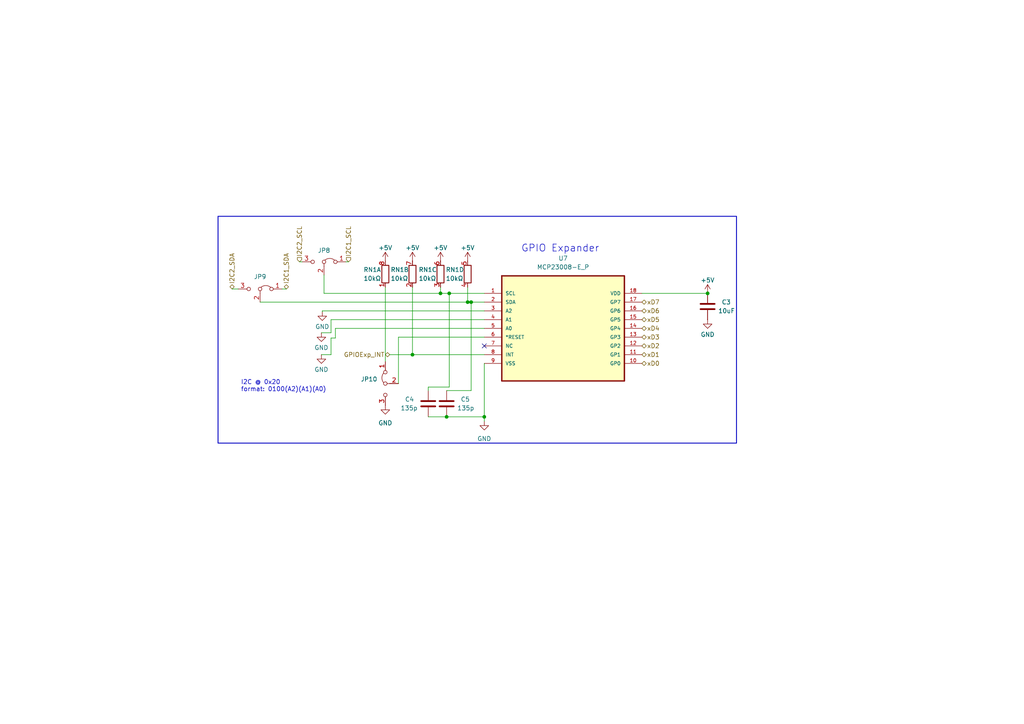
<source format=kicad_sch>
(kicad_sch (version 20231120) (generator "eeschema") (generator_version "8.0")
  (paper "A4")
  (lib_symbols
    (symbol "Device:C" (pin_numbers hide) (pin_names (offset 0.254))
      (property "Reference" "C" (at 0.635 2.54 0))
      (property "Value" "C" (at 0.635 -2.54 0))
      (symbol "C_0_1"
        (polyline (pts (xy -2.032 -0.762) (xy 2.032 -0.762)) (stroke (width 0.508)))
        (polyline (pts (xy -2.032 0.762) (xy 2.032 0.762)) (stroke (width 0.508)))
      )
      (symbol "C_1_1"
        (pin passive line (at 0 3.81 270) (length 2.794) (name "~") (number "1"))
        (pin passive line (at 0 -3.81 90) (length 2.794) (name "~") (number "2"))
      )
    )
    (symbol "Imported:MCP23008-E_P" (pin_names (offset 1.016))
      (property "Reference" "U" (at -4.7004 13.6946 0))
      (property "Value" "MCP23008-E_P" (at -6.3798 -20.3593 0))
      (symbol "MCP23008-E_P_0_0"
        (rectangle (start -17.78 -17.78) (end 17.78 12.7) (stroke (width 0.4064)) (fill (type background)))
        (pin input line (at -22.86 7.62 0) (length 5.08) (name "SCL") (number "1"))
        (pin passive line (at 22.86 -12.7 180) (length 5.08) (name "GP0") (number "10"))
        (pin passive line (at 22.86 -10.16 180) (length 5.08) (name "GP1") (number "11"))
        (pin passive line (at 22.86 -7.62 180) (length 5.08) (name "GP2") (number "12"))
        (pin passive line (at 22.86 -5.08 180) (length 5.08) (name "GP3") (number "13"))
        (pin passive line (at 22.86 -2.54 180) (length 5.08) (name "GP4") (number "14"))
        (pin passive line (at 22.86 0 180) (length 5.08) (name "GP5") (number "15"))
        (pin passive line (at 22.86 2.54 180) (length 5.08) (name "GP6") (number "16"))
        (pin passive line (at 22.86 5.08 180) (length 5.08) (name "GP7") (number "17"))
        (pin power_in line (at 22.86 7.62 180) (length 5.08) (name "VDD") (number "18"))
        (pin passive line (at -22.86 5.08 0) (length 5.08) (name "SDA") (number "2"))
        (pin passive line (at -22.86 2.54 0) (length 5.08) (name "A2") (number "3"))
        (pin input line (at -22.86 0 0) (length 5.08) (name "A1") (number "4"))
        (pin input line (at -22.86 -2.54 0) (length 5.08) (name "A0") (number "5"))
        (pin input line (at -22.86 -5.08 0) (length 5.08) (name "*RESET") (number "6"))
        (pin input line (at -22.86 -7.62 0) (length 5.08) (name "NC") (number "7"))
        (pin output line (at -22.86 -10.16 0) (length 5.08) (name "INT") (number "8"))
        (pin passive line (at -22.86 -12.7 0) (length 5.08) (name "VSS") (number "9"))
      )
    )
    (symbol "Jumper:Jumper_3_Bridged12" (pin_names (offset 0) hide) (exclude_from_sim yes) (in_bom no)
      (property "Reference" "JP" (at -2.54 -2.54 0))
      (property "Value" "Jumper_3_Bridged12" (at 0 2.794 0))
      (symbol "Jumper_3_Bridged12_0_0"
        (circle (center -3.302 0) (radius 0.508))
        (circle (center 0 0) (radius 0.508))
        (circle (center 3.302 0) (radius 0.508))
      )
      (symbol "Jumper_3_Bridged12_0_1"
        (arc (start -0.254 0.508) (mid -1.651 0.9912) (end -3.048 0.508))
        (polyline (pts (xy 0 -1.27) (xy 0 -0.508)))
      )
      (symbol "Jumper_3_Bridged12_1_1"
        (pin passive line (at -6.35 0 0) (length 2.54) (name "A") (number "1"))
        (pin passive line (at 0 -3.81 90) (length 2.54) (name "C") (number "2"))
        (pin passive line (at 6.35 0 180) (length 2.54) (name "B") (number "3"))
      )
    )
    (symbol "Lab_3:R_Pack04_Split" (pin_names (offset 0) hide)
      (property "Reference" "RN" (at 2.032 0 90))
      (property "Value" "R_Pack04_Split" (at 0 0 90))
      (symbol "R_Pack04_Split_0_1"
        (rectangle (start 1.016 2.54) (end -1.016 -2.54) (stroke (width 0.254)))
      )
      (symbol "R_Pack04_Split_1_1"
        (pin passive line (at 0 -3.81 90) (length 1.27) (name "R1.1") (number "1"))
        (pin passive line (at 0 3.81 270) (length 1.27) (name "R1.2") (number "8"))
      )
      (symbol "R_Pack04_Split_2_1"
        (pin passive line (at 0 -3.81 90) (length 1.27) (name "R2.1") (number "2"))
        (pin passive line (at 0 3.81 270) (length 1.27) (name "R2.2") (number "7"))
      )
      (symbol "R_Pack04_Split_3_1"
        (pin passive line (at 0 -3.81 90) (length 1.27) (name "R3.1") (number "3"))
        (pin passive line (at 0 3.81 270) (length 1.27) (name "R3.2") (number "6"))
      )
      (symbol "R_Pack04_Split_4_1"
        (pin passive line (at 0 -3.81 90) (length 1.27) (name "R4.1") (number "4"))
        (pin passive line (at 0 3.81 270) (length 1.27) (name "R4.2") (number "5"))
      )
    )
    (symbol "power:+5V" (power) (pin_numbers hide) (pin_names (offset 0) hide)
      (property "Value" "+5V" (at 0 3.556 0))
      (symbol "+5V_0_1"
        (polyline (pts (xy -0.762 1.27) (xy 0 2.54)))
        (polyline (pts (xy 0 0) (xy 0 2.54)))
        (polyline (pts (xy 0 2.54) (xy 0.762 1.27)))
      )
      (symbol "+5V_1_1"
        (pin power_in line (at 0 0 90) (length 0) (name "~") (number "1"))
      )
    )
    (symbol "power:GND" (power) (pin_numbers hide) (pin_names (offset 0) hide)
      (property "Value" "GND" (at 0 -3.81 0))
      (symbol "GND_0_1"
        (polyline (pts (xy 0 0) (xy 0 -1.27) (xy 1.27 -1.27) (xy 0 -2.54) (xy -1.27 -1.27) (xy 0 -1.27)))
      )
      (symbol "GND_1_1"
        (pin power_in line (at 0 0 270) (length 0) (name "~") (number "1"))
      )
    )
  )
  (junction (at 136.652 87.63))
  (junction (at 140.462 120.904))
  (junction (at 130.302 85.09))
  (junction (at 135.636 87.63))
  (junction (at 127.762 85.09))
  (junction (at 129.54 120.904))
  (junction (at 119.634 102.87))
  (junction (at 205.232 85.09))
  (no_connect (at 140.462 100.33))
  (wire (pts (xy 130.302 112.268) (xy 124.206 112.268)))
  (wire (pts (xy 129.54 120.904) (xy 140.462 120.904)))
  (wire (pts (xy 93.218 96.52) (xy 96.012 96.52)))
  (wire (pts (xy 136.652 87.63) (xy 140.462 87.63)))
  (wire (pts (xy 119.634 83.312) (xy 119.634 102.87)))
  (wire (pts (xy 135.636 87.63) (xy 136.652 87.63)))
  (wire (pts (xy 140.462 122.174) (xy 140.462 120.904)))
  (wire (pts (xy 113.03 102.87) (xy 119.634 102.87)))
  (wire (pts (xy 86.868 75.946) (xy 87.63 75.946)))
  (wire (pts (xy 140.462 97.79) (xy 115.57 97.79)))
  (wire (pts (xy 67.31 83.82) (xy 69.088 83.82)))
  (wire (pts (xy 96.012 98.044) (xy 96.012 102.87)))
  (wire (pts (xy 93.472 90.17) (xy 93.472 90.424)))
  (wire (pts (xy 124.206 120.904) (xy 129.54 120.904)))
  (wire (pts (xy 127.762 83.312) (xy 127.762 85.09)))
  (wire (pts (xy 83.058 83.82) (xy 81.788 83.82)))
  (wire (pts (xy 130.302 85.09) (xy 140.462 85.09)))
  (wire (pts (xy 115.57 97.79) (xy 115.57 111.252)))
  (wire (pts (xy 97.282 95.25) (xy 140.462 95.25)))
  (wire (pts (xy 96.012 92.71) (xy 140.462 92.71)))
  (wire (pts (xy 119.634 102.87) (xy 140.462 102.87)))
  (wire (pts (xy 97.282 95.25) (xy 97.282 98.044)))
  (wire (pts (xy 124.206 112.268) (xy 124.206 113.284)))
  (wire (pts (xy 129.54 113.284) (xy 136.652 113.284)))
  (wire (pts (xy 136.652 87.63) (xy 136.652 113.284)))
  (wire (pts (xy 75.438 87.63) (xy 135.636 87.63)))
  (wire (pts (xy 93.218 102.87) (xy 96.012 102.87)))
  (wire (pts (xy 96.012 92.71) (xy 96.012 96.52)))
  (wire (pts (xy 130.302 85.09) (xy 130.302 112.268)))
  (wire (pts (xy 93.98 79.756) (xy 93.98 85.09)))
  (wire (pts (xy 111.76 83.312) (xy 111.76 104.902)))
  (wire (pts (xy 101.092 75.946) (xy 100.33 75.946)))
  (wire (pts (xy 93.472 90.17) (xy 140.462 90.17)))
  (wire (pts (xy 186.182 85.09) (xy 205.232 85.09)))
  (wire (pts (xy 140.462 120.904) (xy 140.462 105.41)))
  (wire (pts (xy 127.762 85.09) (xy 130.302 85.09)))
  (wire (pts (xy 135.636 83.312) (xy 135.636 87.63)))
  (wire (pts (xy 93.98 85.09) (xy 127.762 85.09)))
  (wire (pts (xy 97.282 98.044) (xy 96.012 98.044)))
  (rectangle (start 63.246 62.738) (end 213.614 128.524) (stroke (width 0.254)))
  (text "GPIO Expander" (at 151.13 72.136 0) (effects (font (size 2.032 2.032)) (justify left)))
  (text "I2C @ 0x20\nformat: 0100(A2)(A1)(A0)" (at 69.85 112.014 0) (effects (font (size 1.27 1.27)) (justify left)))
  (hierarchical_label "xD7" (shape bidirectional) (at 186.182 87.63 0))
  (hierarchical_label "xD2" (shape bidirectional) (at 186.182 100.33 0))
  (hierarchical_label "I2C1_SCL" (shape input) (at 101.092 75.946 90))
  (hierarchical_label "I2C1_SDA" (shape bidirectional) (at 83.058 83.82 90))
  (hierarchical_label "xD6" (shape bidirectional) (at 186.182 90.17 0))
  (hierarchical_label "xD4" (shape bidirectional) (at 186.182 95.25 0))
  (hierarchical_label "GPIOExp_INT" (shape bidirectional) (at 113.03 102.87 180))
  (hierarchical_label "I2C2_SCL" (shape input) (at 86.868 75.946 90))
  (hierarchical_label "xD3" (shape bidirectional) (at 186.182 97.79 0))
  (hierarchical_label "xD5" (shape bidirectional) (at 186.182 92.71 0))
  (hierarchical_label "xD1" (shape bidirectional) (at 186.182 102.87 0))
  (hierarchical_label "xD0" (shape bidirectional) (at 186.182 105.41 0))
  (hierarchical_label "I2C2_SDA" (shape bidirectional) (at 67.31 83.82 90))
  (symbol (lib_id "Jumper:Jumper_3_Bridged12") (at 93.98 75.946 0) (mirror y) (unit 1) (exclude_from_sim yes) (in_bom no)
    (property "Reference" "JP8" (at 93.98 72.644 0))
    (property "Value" "Jumper_3_Bridged12" (effects (hide yes)))
    (property "Footprint" "Connector_PinHeader_1.27mm:PinHeader_1x03_P1.27mm_Vertical" (effects (hide yes)))
    (property "Description" "Jumper, 3-pole, pins 1+2 closed/bridged" (effects (hide yes)))
  )
  (symbol (lib_id "Device:C") (at 124.206 117.094 0) (mirror y) (unit 1)
    (property "Reference" "C4" (at 120.142 115.8239 0) (effects (justify left)))
    (property "Value" "135p" (at 121.158 118.364 0) (effects (justify left)))
    (property "Footprint" "Capacitor_SMD:C_0603_1608Metric_Pad1.08x0.95mm_HandSolder" (effects (hide yes)))
    (property "Description" "Unpolarized capacitor" (effects (hide yes)))
    (property "Supplier 1" "https://www.digikey.com/en/products/detail/murata-electronics/GRM1885C1H101JA01D/586921" (effects (hide yes)))
    (property "Supplier 1 S/N" "490-1427-1-ND" (effects (hide yes)))
  )
  (symbol (lib_id "power:+5V") (at 205.232 85.09 0) (unit 1)
    (property "Reference" "#PWR0141" (effects (hide yes)))
    (property "Value" "+5V" (at 205.232 81.28 0))
    (property "Description" "Power symbol creates a global label with name \"+5V\"" (effects (hide yes)))
  )
  (symbol (lib_id "power:GND") (at 111.76 117.602 0) (unit 1)
    (property "Reference" "#PWR0146" (effects (hide yes)))
    (property "Value" "GND" (at 111.76 122.682 0))
    (property "Description" "Power symbol creates a global label with name \"GND\" , ground" (effects (hide yes)))
  )
  (symbol (lib_id "Lab_3:R_Pack04_Split") (at 119.634 79.502 0) (unit 2)
    (property "Reference" "RN1" (at 113.284 78.232 0) (effects (justify left)))
    (property "Value" "10kΩ" (at 113.284 80.772 0) (effects (justify left)))
    (property "Footprint" "Resistor_SMD:R_Array_Convex_4x0612" (effects (hide yes)))
    (property "Description" "10k Ohm ±5% 62.5mW Power Per Element Isolated 4 Resistor Network/Array ±200ppm/°C 1206 (3216 Metric), Convex, Long Side Terminals" (effects (hide yes)))
    (property "Vendor" "DigiKey" (effects (hide yes)))
    (property "Vendor P/N" "CAY16-103J4LFCT-ND " (effects (hide yes)))
    (property "Mfr" "Bourns Inc." (effects (hide yes)))
    (property "Mfr P/N" "CAY16-103J4LF" (effects (hide yes)))
    (property "Supplier 1" "https://www.digikey.com/en/products/detail/bourns-inc/CAY16-103J4LF/431579" (effects (hide yes)))
    (property "Supplier 1 S/N" "CAY16-103J4LFCT-ND" (effects (hide yes)))
  )
  (symbol (lib_id "power:+5V") (at 111.76 75.692 0) (unit 1)
    (property "Reference" "#PWR0137" (effects (hide yes)))
    (property "Value" "+5V" (at 111.76 71.882 0))
    (property "Description" "Power symbol creates a global label with name \"+5V\"" (effects (hide yes)))
  )
  (symbol (lib_id "power:GND") (at 205.232 92.71 0) (unit 1)
    (property "Reference" "#PWR0143" (effects (hide yes)))
    (property "Value" "GND" (at 205.232 97.028 0))
    (property "Description" "Power symbol creates a global label with name \"GND\" , ground" (effects (hide yes)))
  )
  (symbol (lib_id "power:GND") (at 93.218 96.52 0) (unit 1)
    (property "Reference" "#PWR0144" (effects (hide yes)))
    (property "Value" "GND" (at 93.218 100.838 0))
    (property "Description" "Power symbol creates a global label with name \"GND\" , ground" (effects (hide yes)))
  )
  (symbol (lib_id "power:GND") (at 93.218 102.87 0) (unit 1)
    (property "Reference" "#PWR0145" (effects (hide yes)))
    (property "Value" "GND" (at 93.218 107.188 0))
    (property "Description" "Power symbol creates a global label with name \"GND\" , ground" (effects (hide yes)))
  )
  (symbol (lib_id "Lab_3:R_Pack04_Split") (at 111.76 79.502 0) (unit 1)
    (property "Reference" "RN1" (at 105.41 78.232 0) (effects (justify left)))
    (property "Value" "10kΩ" (at 105.41 80.772 0) (effects (justify left)))
    (property "Footprint" "Resistor_SMD:R_Array_Convex_4x0612" (effects (hide yes)))
    (property "Description" "10k Ohm ±5% 62.5mW Power Per Element Isolated 4 Resistor Network/Array ±200ppm/°C 1206 (3216 Metric), Convex, Long Side Terminals" (effects (hide yes)))
    (property "Vendor" "DigiKey" (effects (hide yes)))
    (property "Vendor P/N" "CAY16-103J4LFCT-ND " (effects (hide yes)))
    (property "Mfr" "Bourns Inc." (effects (hide yes)))
    (property "Mfr P/N" "CAY16-103J4LF" (effects (hide yes)))
    (property "Supplier 1" "https://www.digikey.com/en/products/detail/bourns-inc/CAY16-103J4LF/431579" (effects (hide yes)))
    (property "Supplier 1 S/N" "CAY16-103J4LFCT-ND" (effects (hide yes)))
  )
  (symbol (lib_id "Lab_3:R_Pack04_Split") (at 135.636 79.502 0) (unit 4)
    (property "Reference" "RN1" (at 129.286 78.232 0) (effects (justify left)))
    (property "Value" "10kΩ" (at 129.286 80.772 0) (effects (justify left)))
    (property "Footprint" "Resistor_SMD:R_Array_Convex_4x0612" (effects (hide yes)))
    (property "Description" "10k Ohm ±5% 62.5mW Power Per Element Isolated 4 Resistor Network/Array ±200ppm/°C 1206 (3216 Metric), Convex, Long Side Terminals" (effects (hide yes)))
    (property "Vendor" "DigiKey" (effects (hide yes)))
    (property "Vendor P/N" "CAY16-103J4LFCT-ND " (effects (hide yes)))
    (property "Mfr" "Bourns Inc." (effects (hide yes)))
    (property "Mfr P/N" "CAY16-103J4LF" (effects (hide yes)))
    (property "Supplier 1" "https://www.digikey.com/en/products/detail/bourns-inc/CAY16-103J4LF/431579" (effects (hide yes)))
    (property "Supplier 1 S/N" "CAY16-103J4LFCT-ND" (effects (hide yes)))
  )
  (symbol (lib_id "Device:C") (at 129.54 117.094 0) (unit 1)
    (property "Reference" "C5" (at 133.604 115.8239 0) (effects (justify left)))
    (property "Value" "135p" (at 132.588 118.364 0) (effects (justify left)))
    (property "Footprint" "Capacitor_SMD:C_0603_1608Metric_Pad1.08x0.95mm_HandSolder" (effects (hide yes)))
    (property "Description" "Unpolarized capacitor" (effects (hide yes)))
    (property "Supplier 1" "https://www.digikey.com/en/products/detail/murata-electronics/GRM1885C1H101JA01D/586921" (effects (hide yes)))
    (property "Supplier 1 S/N" "490-1427-1-ND" (effects (hide yes)))
  )
  (symbol (lib_id "power:+5V") (at 127.762 75.692 0) (unit 1)
    (property "Reference" "#PWR0139" (effects (hide yes)))
    (property "Value" "+5V" (at 127.762 71.882 0))
    (property "Description" "Power symbol creates a global label with name \"+5V\"" (effects (hide yes)))
  )
  (symbol (lib_id "Imported:MCP23008-E_P") (at 163.322 92.71 0) (unit 1)
    (property "Reference" "U7" (at 163.322 74.93 0))
    (property "Value" "MCP23008-E_P" (at 163.322 77.47 0))
    (property "Footprint" "ImportedV2:MCP3008" (effects (hide yes)))
    (property "Datasheet" "https://ww1.microchip.com/downloads/en/DeviceDoc/MCP23008-MCP23S08-Data-Sheet-20001919F.pdf" (effects (hide yes)))
    (property "MPN" "MCP23008-E/P" (effects (hide yes)))
    (property "SUPPLIER" "Microchip" (effects (hide yes)))
    (property "OC_NEWARK" "08J8737" (effects (hide yes)))
    (property "OC_FARNELL" "1439387" (effects (hide yes)))
    (property "PACKAGE" "18DIP" (effects (hide yes)))
    (property "Supplier 1" "https://www.digikey.com/en/products/detail/microchip-technology/MCP23008-E-P/735951?gclsrc=aw.ds&&utm_adgroup=&utm_source=google&utm_medium=cpc&utm_campaign=PMax%20Supplier_Focus%20Supplier&utm_term=&utm_content=&utm_id=go_cmp-20243063242_adg-_ad-__dev-c_ext-_prd-735951_sig-CjwKCAiA5Ka9BhB5EiwA1ZVtvESuOTDoldZRu_MK81sSYvYK_OP2BpEv8juOinewNN0qMlJE0ReFFhoCIFEQAvD_BwE&gad_source=1&gclid=CjwKCAiA5Ka9BhB5EiwA1ZVtvESuOTDoldZRu_MK81sSYvYK_OP2BpEv8juOinewNN0qMlJE0ReFFhoCIFEQAvD_BwE&gclsrc=aw.ds" (effects (hide yes)))
    (property "Supplier 1 S/N" "MCP23008-E/P-ND" (effects (hide yes)))
  )
  (symbol (lib_id "power:GND") (at 140.462 122.174 0) (unit 1)
    (property "Reference" "#PWR0147" (effects (hide yes)))
    (property "Value" "GND" (at 140.462 127.254 0))
    (property "Description" "Power symbol creates a global label with name \"GND\" , ground" (effects (hide yes)))
  )
  (symbol (lib_id "Lab_3:R_Pack04_Split") (at 127.762 79.502 0) (unit 3)
    (property "Reference" "RN1" (at 121.412 78.232 0) (effects (justify left)))
    (property "Value" "10kΩ" (at 121.412 80.772 0) (effects (justify left)))
    (property "Footprint" "Resistor_SMD:R_Array_Convex_4x0612" (effects (hide yes)))
    (property "Description" "10k Ohm ±5% 62.5mW Power Per Element Isolated 4 Resistor Network/Array ±200ppm/°C 1206 (3216 Metric), Convex, Long Side Terminals" (effects (hide yes)))
    (property "Vendor" "DigiKey" (effects (hide yes)))
    (property "Vendor P/N" "CAY16-103J4LFCT-ND " (effects (hide yes)))
    (property "Mfr" "Bourns Inc." (effects (hide yes)))
    (property "Mfr P/N" "CAY16-103J4LF" (effects (hide yes)))
    (property "Supplier 1" "https://www.digikey.com/en/products/detail/bourns-inc/CAY16-103J4LF/431579" (effects (hide yes)))
    (property "Supplier 1 S/N" "CAY16-103J4LFCT-ND" (effects (hide yes)))
  )
  (symbol (lib_id "power:+5V") (at 135.636 75.692 0) (unit 1)
    (property "Reference" "#PWR0140" (effects (hide yes)))
    (property "Value" "+5V" (at 135.636 71.882 0))
    (property "Description" "Power symbol creates a global label with name \"+5V\"" (effects (hide yes)))
  )
  (symbol (lib_id "power:GND") (at 93.472 90.424 0) (unit 1)
    (property "Reference" "#PWR0142" (effects (hide yes)))
    (property "Value" "GND" (at 93.472 94.742 0))
    (property "Description" "Power symbol creates a global label with name \"GND\" , ground" (effects (hide yes)))
  )
  (symbol (lib_id "Device:C") (at 205.232 88.9 0) (unit 1)
    (property "Reference" "C3" (at 209.296 87.6299 0) (effects (justify left)))
    (property "Value" "10uF" (at 208.28 90.17 0) (effects (justify left)))
    (property "Footprint" "Capacitor_SMD:C_0805_2012Metric_Pad1.18x1.45mm_HandSolder" (effects (hide yes)))
    (property "Description" "Unpolarized capacitor" (effects (hide yes)))
    (property "Supplier 1" "https://www.digikey.com/en/products/detail/murata-electronics/GRM21BR61C106KE15K/2546903" (effects (hide yes)))
    (property "Supplier 1 S/N" "490-6473-1-ND" (effects (hide yes)))
  )
  (symbol (lib_id "Jumper:Jumper_3_Bridged12") (at 75.438 83.82 0) (mirror y) (unit 1) (exclude_from_sim yes) (in_bom no)
    (property "Reference" "JP9" (at 75.438 80.264 0))
    (property "Value" "Jumper_3_Bridged12" (effects (hide yes)))
    (property "Footprint" "Connector_PinHeader_1.27mm:PinHeader_1x03_P1.27mm_Vertical" (effects (hide yes)))
    (property "Description" "Jumper, 3-pole, pins 1+2 closed/bridged" (effects (hide yes)))
  )
  (symbol (lib_id "power:+5V") (at 119.634 75.692 0) (unit 1)
    (property "Reference" "#PWR0138" (effects (hide yes)))
    (property "Value" "+5V" (at 119.634 71.882 0))
    (property "Description" "Power symbol creates a global label with name \"+5V\"" (effects (hide yes)))
  )
  (symbol (lib_id "Jumper:Jumper_3_Bridged12") (at 111.76 111.252 90) (mirror x) (unit 1) (exclude_from_sim yes) (in_bom no)
    (property "Reference" "JP10" (at 109.474 109.9819 90) (effects (justify left)))
    (property "Value" "Jumper_3_Bridged12" (effects (hide yes)))
    (property "Footprint" "Connector_PinHeader_1.27mm:PinHeader_1x03_P1.27mm_Vertical" (effects (hide yes)))
    (property "Description" "Jumper, 3-pole, pins 1+2 closed/bridged" (effects (hide yes)))
  )
)
</source>
